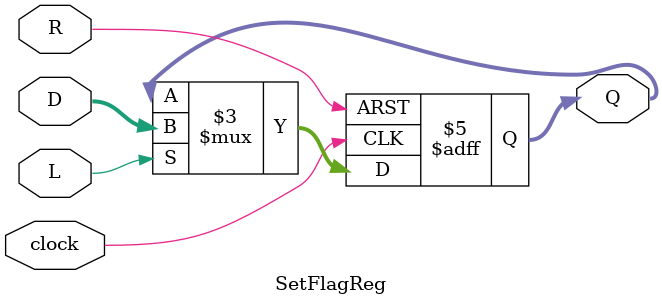
<source format=v>
module SetFlagReg(Q, D, L, R, clock);
	parameter N = 4; // number of bits
	output reg [N-1:0]Q; // registered output
	input [N-1:0]D; // data input
	input L; // load enable
	input R; // positive logic asynchronous reset
	input clock; // positive edge clock
	
	always @(posedge clock or posedge R) begin
		if(R)
			Q <= 0;
		else if(L)
			Q <= D;
		else
			Q <= Q;
	end
endmodule

</source>
